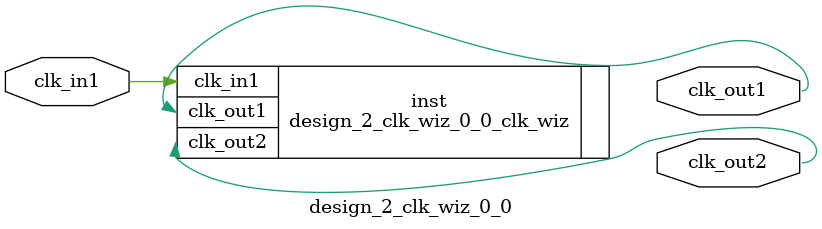
<source format=v>


`timescale 1ps/1ps

(* CORE_GENERATION_INFO = "design_2_clk_wiz_0_0,clk_wiz_v6_0_14_0_0,{component_name=design_2_clk_wiz_0_0,use_phase_alignment=true,use_min_o_jitter=false,use_max_i_jitter=false,use_dyn_phase_shift=false,use_inclk_switchover=false,use_dyn_reconfig=false,enable_axi=0,feedback_source=FDBK_AUTO,PRIMITIVE=MMCM,num_out_clk=2,clkin1_period=10.000,clkin2_period=10.000,use_power_down=false,use_reset=false,use_locked=false,use_inclk_stopped=false,feedback_type=SINGLE,CLOCK_MGR_TYPE=NA,manual_override=false}" *)

module design_2_clk_wiz_0_0 
 (
  // Clock out ports
  output        clk_out1,
  output        clk_out2,
 // Clock in ports
  input         clk_in1
 );

  design_2_clk_wiz_0_0_clk_wiz inst
  (
  // Clock out ports  
  .clk_out1(clk_out1),
  .clk_out2(clk_out2),
 // Clock in ports
  .clk_in1(clk_in1)
  );

endmodule

</source>
